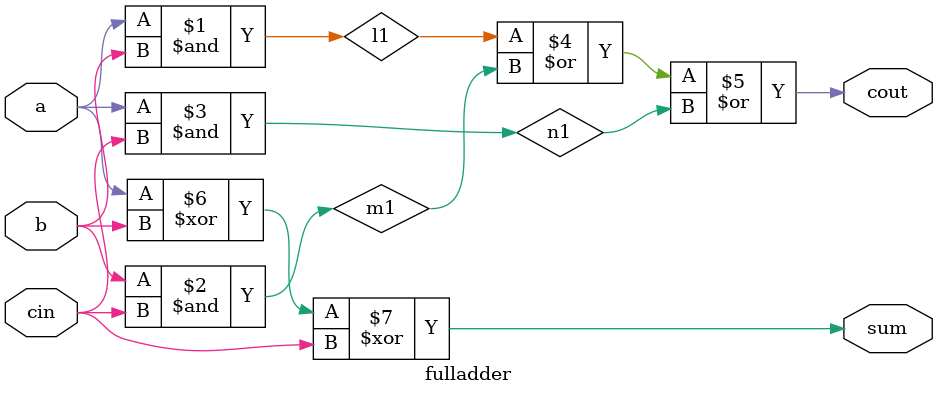
<source format=v>
module paralleladder (a,b,cin,sum,cout);
    input [2:0]a,b;
    input cin;
    output [2:0]sum;
    output cout;
    wire l,m;
    fulladder f0(a[0],b[0],cin,sum[0],l);
    fulladder f1(a[1],b[1],l,sum[1],m);
    fulladder f2(a[2],b[2],m,sum[2],cout);    
endmodule

module fulladder (a,b,cin,sum,cout);
    input a,b,cin;
    output sum,cout;
    wire l1,m1,n1;
    and a1 (l1,a,b);
    and a2 (m1,b,cin);
    and a3 (n1,a,cin);
    or o1 (cout,l1,m1,n1);
    xor x1 (sum,a,b,cin);
endmodule


</source>
